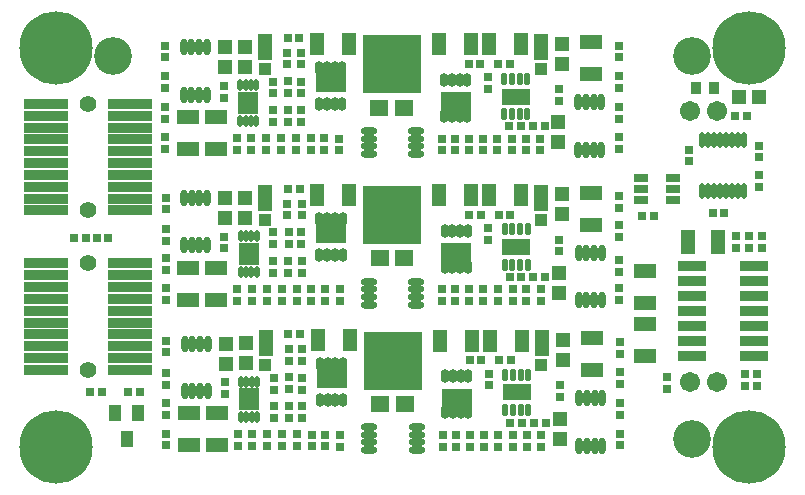
<source format=gbs>
G04 Layer_Color=16711935*
%FSLAX44Y44*%
%MOMM*%
G71*
G01*
G75*
%ADD98R,1.3032X1.2032*%
%ADD114R,0.8032X0.8032*%
%ADD115R,0.8032X0.8032*%
%ADD116C,1.3932*%
%ADD117C,3.2032*%
%ADD118C,6.2032*%
%ADD119C,1.7032*%
%ADD120R,1.6532X1.9532*%
G04:AMPARAMS|DCode=121|XSize=0.4532mm|YSize=1.0032mm|CornerRadius=0.1641mm|HoleSize=0mm|Usage=FLASHONLY|Rotation=0.000|XOffset=0mm|YOffset=0mm|HoleType=Round|Shape=RoundedRectangle|*
%AMROUNDEDRECTD121*
21,1,0.4532,0.6750,0,0,0.0*
21,1,0.1250,1.0032,0,0,0.0*
1,1,0.3282,0.0625,-0.3375*
1,1,0.3282,-0.0625,-0.3375*
1,1,0.3282,-0.0625,0.3375*
1,1,0.3282,0.0625,0.3375*
%
%ADD121ROUNDEDRECTD121*%
G04:AMPARAMS|DCode=122|XSize=0.6032mm|YSize=1.3032mm|CornerRadius=0.2016mm|HoleSize=0mm|Usage=FLASHONLY|Rotation=180.000|XOffset=0mm|YOffset=0mm|HoleType=Round|Shape=RoundedRectangle|*
%AMROUNDEDRECTD122*
21,1,0.6032,0.9000,0,0,180.0*
21,1,0.2000,1.3032,0,0,180.0*
1,1,0.4032,-0.1000,0.4500*
1,1,0.4032,0.1000,0.4500*
1,1,0.4032,0.1000,-0.4500*
1,1,0.4032,-0.1000,-0.4500*
%
%ADD122ROUNDEDRECTD122*%
G04:AMPARAMS|DCode=123|XSize=0.6532mm|YSize=1.1032mm|CornerRadius=0.2141mm|HoleSize=0mm|Usage=FLASHONLY|Rotation=180.000|XOffset=0mm|YOffset=0mm|HoleType=Round|Shape=RoundedRectangle|*
%AMROUNDEDRECTD123*
21,1,0.6532,0.6750,0,0,180.0*
21,1,0.2250,1.1032,0,0,180.0*
1,1,0.4282,-0.1125,0.3375*
1,1,0.4282,0.1125,0.3375*
1,1,0.4282,0.1125,-0.3375*
1,1,0.4282,-0.1125,-0.3375*
%
%ADD123ROUNDEDRECTD123*%
%ADD124R,2.6032X1.9032*%
%ADD125R,3.7532X0.8132*%
%ADD126R,1.2032X1.3032*%
%ADD127R,1.9032X1.3032*%
%ADD128R,1.3032X1.9032*%
%ADD129R,1.0032X1.0032*%
%ADD130R,1.3032X2.2032*%
%ADD131R,5.0032X4.9532*%
%ADD132R,1.6032X1.4732*%
%ADD133R,2.3532X1.4032*%
G04:AMPARAMS|DCode=134|XSize=0.5532mm|YSize=1.0032mm|CornerRadius=0.1891mm|HoleSize=0mm|Usage=FLASHONLY|Rotation=0.000|XOffset=0mm|YOffset=0mm|HoleType=Round|Shape=RoundedRectangle|*
%AMROUNDEDRECTD134*
21,1,0.5532,0.6250,0,0,0.0*
21,1,0.1750,1.0032,0,0,0.0*
1,1,0.3782,0.0875,-0.3125*
1,1,0.3782,-0.0875,-0.3125*
1,1,0.3782,-0.0875,0.3125*
1,1,0.3782,0.0875,0.3125*
%
%ADD134ROUNDEDRECTD134*%
%ADD135R,2.4032X0.8532*%
G04:AMPARAMS|DCode=136|XSize=0.5032mm|YSize=1.3032mm|CornerRadius=0.1766mm|HoleSize=0mm|Usage=FLASHONLY|Rotation=180.000|XOffset=0mm|YOffset=0mm|HoleType=Round|Shape=RoundedRectangle|*
%AMROUNDEDRECTD136*
21,1,0.5032,0.9500,0,0,180.0*
21,1,0.1500,1.3032,0,0,180.0*
1,1,0.3532,-0.0750,0.4750*
1,1,0.3532,0.0750,0.4750*
1,1,0.3532,0.0750,-0.4750*
1,1,0.3532,-0.0750,-0.4750*
%
%ADD136ROUNDEDRECTD136*%
%ADD137R,1.2032X2.0032*%
%ADD138R,1.0032X1.4032*%
%ADD139R,0.9032X1.1032*%
%ADD140R,1.2532X0.8032*%
G04:AMPARAMS|DCode=141|XSize=0.6032mm|YSize=1.3032mm|CornerRadius=0.2016mm|HoleSize=0mm|Usage=FLASHONLY|Rotation=90.000|XOffset=0mm|YOffset=0mm|HoleType=Round|Shape=RoundedRectangle|*
%AMROUNDEDRECTD141*
21,1,0.6032,0.9000,0,0,90.0*
21,1,0.2000,1.3032,0,0,90.0*
1,1,0.4032,0.4500,0.1000*
1,1,0.4032,0.4500,-0.1000*
1,1,0.4032,-0.4500,-0.1000*
1,1,0.4032,-0.4500,0.1000*
%
%ADD141ROUNDEDRECTD141*%
D98*
X627000Y327450D02*
D03*
X610000D02*
D03*
D114*
X426000Y51500D02*
D03*
X416000D02*
D03*
X446000D02*
D03*
X436000D02*
D03*
X381050Y227192D02*
D03*
X391050D02*
D03*
X445500Y174500D02*
D03*
X435500D02*
D03*
X65750Y207950D02*
D03*
X75750D02*
D03*
X56500D02*
D03*
X46500D02*
D03*
X527750Y226300D02*
D03*
X537750D02*
D03*
X614500Y92700D02*
D03*
X624500D02*
D03*
Y82700D02*
D03*
X614500D02*
D03*
X415250Y302250D02*
D03*
X425250D02*
D03*
X425500Y174500D02*
D03*
X415500D02*
D03*
X416000Y355000D02*
D03*
X406000D02*
D03*
X406200Y227451D02*
D03*
X416200D02*
D03*
X416700Y104451D02*
D03*
X406700D02*
D03*
X587250Y228700D02*
D03*
X597250D02*
D03*
X237500Y377200D02*
D03*
X227500D02*
D03*
X227750Y249450D02*
D03*
X237750D02*
D03*
X238250Y126450D02*
D03*
X228250D02*
D03*
X435250Y302250D02*
D03*
X445250D02*
D03*
X390800Y354942D02*
D03*
X380800D02*
D03*
X381550Y104192D02*
D03*
X391550D02*
D03*
X92750Y77200D02*
D03*
X102750D02*
D03*
X70000Y77250D02*
D03*
X60000D02*
D03*
X616250Y310700D02*
D03*
X606250D02*
D03*
D115*
X247558Y154300D02*
D03*
Y164300D02*
D03*
X369442Y164200D02*
D03*
Y154200D02*
D03*
X358442D02*
D03*
Y164200D02*
D03*
X271250Y292000D02*
D03*
Y282000D02*
D03*
X271500Y154250D02*
D03*
Y164250D02*
D03*
X272000Y41250D02*
D03*
Y31250D02*
D03*
X629000Y209700D02*
D03*
Y199700D02*
D03*
X618000D02*
D03*
Y209700D02*
D03*
X607000D02*
D03*
Y199700D02*
D03*
X238942Y316200D02*
D03*
Y306200D02*
D03*
X239692Y178450D02*
D03*
Y188450D02*
D03*
Y65450D02*
D03*
Y55450D02*
D03*
X238942Y354700D02*
D03*
Y364700D02*
D03*
X239442Y236950D02*
D03*
Y226950D02*
D03*
X239692Y103950D02*
D03*
Y113950D02*
D03*
X239000Y340250D02*
D03*
Y330250D02*
D03*
X239250Y202500D02*
D03*
Y212500D02*
D03*
X239750Y89500D02*
D03*
Y79500D02*
D03*
X226692Y354700D02*
D03*
Y364700D02*
D03*
X227192Y236950D02*
D03*
Y226950D02*
D03*
X228942Y103950D02*
D03*
Y113950D02*
D03*
X258558Y292050D02*
D03*
Y282050D02*
D03*
X258808Y154300D02*
D03*
Y164300D02*
D03*
X259308Y41300D02*
D03*
Y31300D02*
D03*
X124000Y360700D02*
D03*
Y370700D02*
D03*
X124250Y241950D02*
D03*
Y231950D02*
D03*
X124750Y110950D02*
D03*
Y120950D02*
D03*
X173442Y326700D02*
D03*
Y336700D02*
D03*
X173692Y208950D02*
D03*
Y198950D02*
D03*
X174192Y75950D02*
D03*
Y85950D02*
D03*
X215192Y316200D02*
D03*
Y306200D02*
D03*
X215442Y178450D02*
D03*
Y188450D02*
D03*
X215942Y65450D02*
D03*
Y55450D02*
D03*
X184407Y282200D02*
D03*
Y292200D02*
D03*
X184657Y164450D02*
D03*
Y154450D02*
D03*
X185157Y31450D02*
D03*
Y41450D02*
D03*
X392764Y291950D02*
D03*
Y281950D02*
D03*
X393014Y154200D02*
D03*
Y164200D02*
D03*
X393514Y41200D02*
D03*
Y31200D02*
D03*
X417728Y291950D02*
D03*
Y281950D02*
D03*
X417978Y154200D02*
D03*
Y164200D02*
D03*
X418478Y41200D02*
D03*
Y31200D02*
D03*
X405121Y281950D02*
D03*
Y291950D02*
D03*
X405371Y164200D02*
D03*
Y154200D02*
D03*
X405871Y31200D02*
D03*
Y41200D02*
D03*
X441442Y291950D02*
D03*
Y281950D02*
D03*
X441692Y154200D02*
D03*
Y164200D02*
D03*
X442192Y41200D02*
D03*
Y31200D02*
D03*
X369192Y291950D02*
D03*
Y281950D02*
D03*
X369942Y31200D02*
D03*
Y41200D02*
D03*
X457250Y324200D02*
D03*
Y334200D02*
D03*
X457500Y206450D02*
D03*
Y196450D02*
D03*
X458000Y73450D02*
D03*
Y83450D02*
D03*
X222299Y282200D02*
D03*
Y292200D02*
D03*
X222549Y164450D02*
D03*
Y154450D02*
D03*
X223049Y31450D02*
D03*
Y41450D02*
D03*
X209585Y282200D02*
D03*
Y292200D02*
D03*
X209835Y164450D02*
D03*
Y154450D02*
D03*
X210335Y31450D02*
D03*
Y41450D02*
D03*
X508000Y292950D02*
D03*
Y282950D02*
D03*
X508250Y155200D02*
D03*
Y165200D02*
D03*
X508750Y42200D02*
D03*
Y32200D02*
D03*
X247308Y292050D02*
D03*
Y282050D02*
D03*
X248058Y31300D02*
D03*
Y41300D02*
D03*
X358192Y291950D02*
D03*
Y281950D02*
D03*
X358942Y31200D02*
D03*
Y41200D02*
D03*
X227692Y306200D02*
D03*
Y316200D02*
D03*
X227942Y188450D02*
D03*
Y178450D02*
D03*
X228942Y55450D02*
D03*
Y65450D02*
D03*
X124000Y282950D02*
D03*
Y292950D02*
D03*
X124250Y165200D02*
D03*
Y155200D02*
D03*
X124750Y32200D02*
D03*
Y42200D02*
D03*
X124000Y318867D02*
D03*
Y308867D02*
D03*
X124250Y181117D02*
D03*
Y191117D02*
D03*
X124750Y68117D02*
D03*
Y58117D02*
D03*
X228192Y330450D02*
D03*
Y340450D02*
D03*
X228442Y212700D02*
D03*
Y202700D02*
D03*
X228942Y79700D02*
D03*
Y89700D02*
D03*
X124000Y344783D02*
D03*
Y334783D02*
D03*
X124250Y205533D02*
D03*
Y215533D02*
D03*
X124750Y93533D02*
D03*
Y83533D02*
D03*
X235014Y282200D02*
D03*
Y292200D02*
D03*
X235264Y164450D02*
D03*
Y154450D02*
D03*
X235764Y31450D02*
D03*
Y41450D02*
D03*
X215500Y340200D02*
D03*
Y330200D02*
D03*
X215500Y202450D02*
D03*
Y212450D02*
D03*
X216000Y89450D02*
D03*
Y79450D02*
D03*
X508000Y370700D02*
D03*
Y360700D02*
D03*
X508250Y232950D02*
D03*
Y242950D02*
D03*
X508750Y119950D02*
D03*
Y109950D02*
D03*
X196871Y292200D02*
D03*
Y282200D02*
D03*
X197121Y154450D02*
D03*
Y164450D02*
D03*
X197621Y41450D02*
D03*
Y31450D02*
D03*
X380906Y291950D02*
D03*
Y281950D02*
D03*
X381157Y154200D02*
D03*
Y164200D02*
D03*
X381656Y41200D02*
D03*
Y31200D02*
D03*
X429335Y291950D02*
D03*
Y281950D02*
D03*
X429585Y154200D02*
D03*
Y164200D02*
D03*
X430085Y41200D02*
D03*
Y31200D02*
D03*
X508000Y344783D02*
D03*
Y334783D02*
D03*
X508250Y208783D02*
D03*
Y218783D02*
D03*
X508750Y94033D02*
D03*
Y84033D02*
D03*
X397058Y333800D02*
D03*
Y343800D02*
D03*
X397308Y216050D02*
D03*
Y206050D02*
D03*
X397808Y83050D02*
D03*
Y93050D02*
D03*
X508000Y308867D02*
D03*
Y318867D02*
D03*
X508250Y189367D02*
D03*
Y179367D02*
D03*
X508750Y58117D02*
D03*
Y68117D02*
D03*
X626250Y285950D02*
D03*
Y275950D02*
D03*
Y260950D02*
D03*
Y250950D02*
D03*
X567750Y272700D02*
D03*
Y282700D02*
D03*
X548500Y79950D02*
D03*
Y89950D02*
D03*
D116*
X58250Y321200D02*
D03*
Y231200D02*
D03*
Y96200D02*
D03*
Y186200D02*
D03*
D117*
X569900Y361850D02*
D03*
Y37850D02*
D03*
X79900Y361850D02*
D03*
D118*
X31250Y31200D02*
D03*
Y368500D02*
D03*
X618550D02*
D03*
Y31200D02*
D03*
D119*
X568200Y315450D02*
D03*
Y85650D02*
D03*
X590800D02*
D03*
Y315450D02*
D03*
D120*
X194192Y321950D02*
D03*
X194442Y194200D02*
D03*
X194942Y71200D02*
D03*
D121*
X200942Y336950D02*
D03*
X196442D02*
D03*
X191942D02*
D03*
X187442D02*
D03*
Y306950D02*
D03*
X191942D02*
D03*
X196442D02*
D03*
X200942D02*
D03*
X201192Y179200D02*
D03*
X196692D02*
D03*
X192192D02*
D03*
X187692D02*
D03*
Y209200D02*
D03*
X192192D02*
D03*
X196692D02*
D03*
X201192D02*
D03*
X201692Y86200D02*
D03*
X197192D02*
D03*
X192692D02*
D03*
X188192D02*
D03*
Y56200D02*
D03*
X192692D02*
D03*
X197192D02*
D03*
X201692D02*
D03*
D122*
X493134Y282700D02*
D03*
X486634D02*
D03*
X480134D02*
D03*
X473634D02*
D03*
X493134Y322700D02*
D03*
X486634D02*
D03*
X480134D02*
D03*
X473634D02*
D03*
X473885Y194950D02*
D03*
X480384D02*
D03*
X486884D02*
D03*
X493385D02*
D03*
X473885Y154950D02*
D03*
X480384D02*
D03*
X486884D02*
D03*
X493385D02*
D03*
X159000Y329200D02*
D03*
X152500D02*
D03*
X146000D02*
D03*
X139500D02*
D03*
X159000Y369200D02*
D03*
X152500D02*
D03*
X146000D02*
D03*
X139500D02*
D03*
X139750Y241450D02*
D03*
X146250D02*
D03*
X152750D02*
D03*
X159250D02*
D03*
X139750Y201450D02*
D03*
X146250D02*
D03*
X152750D02*
D03*
X159250D02*
D03*
X159750Y78450D02*
D03*
X153250D02*
D03*
X146750D02*
D03*
X140250D02*
D03*
X159750Y118450D02*
D03*
X153250D02*
D03*
X146750D02*
D03*
X140250D02*
D03*
X493885Y31950D02*
D03*
X487384D02*
D03*
X480885D02*
D03*
X474384D02*
D03*
X493885Y71950D02*
D03*
X487384D02*
D03*
X480885D02*
D03*
X474384D02*
D03*
D123*
X360250Y341450D02*
D03*
X366750D02*
D03*
X373250D02*
D03*
X379750D02*
D03*
Y310950D02*
D03*
X373250D02*
D03*
X366750D02*
D03*
X360250D02*
D03*
X360500Y213700D02*
D03*
X367000D02*
D03*
X373500D02*
D03*
X380000D02*
D03*
Y183200D02*
D03*
X373500D02*
D03*
X367000D02*
D03*
X360500D02*
D03*
X361000Y90700D02*
D03*
X367500D02*
D03*
X374000D02*
D03*
X380500D02*
D03*
Y60200D02*
D03*
X374000D02*
D03*
X367500D02*
D03*
X361000D02*
D03*
X274500Y70450D02*
D03*
X268000D02*
D03*
X261500D02*
D03*
X255000D02*
D03*
Y100950D02*
D03*
X261500D02*
D03*
X268000D02*
D03*
X274500D02*
D03*
X274000Y193450D02*
D03*
X267500D02*
D03*
X261000D02*
D03*
X254500D02*
D03*
Y223950D02*
D03*
X261000D02*
D03*
X267500D02*
D03*
X274000D02*
D03*
X273750Y321200D02*
D03*
X267250D02*
D03*
X260750D02*
D03*
X254250D02*
D03*
Y351700D02*
D03*
X260750D02*
D03*
X267250D02*
D03*
X273750D02*
D03*
D124*
X370000Y321700D02*
D03*
X370250Y193950D02*
D03*
X370750Y70950D02*
D03*
X264750Y90200D02*
D03*
X264250Y213200D02*
D03*
X264000Y340950D02*
D03*
D125*
X22700Y231200D02*
D03*
Y241200D02*
D03*
Y251200D02*
D03*
Y261200D02*
D03*
Y271200D02*
D03*
Y281200D02*
D03*
Y291200D02*
D03*
Y301200D02*
D03*
Y311200D02*
D03*
Y321200D02*
D03*
X93800D02*
D03*
Y311200D02*
D03*
Y301200D02*
D03*
Y291200D02*
D03*
Y281200D02*
D03*
Y271200D02*
D03*
Y261200D02*
D03*
Y251200D02*
D03*
Y241200D02*
D03*
Y231200D02*
D03*
Y96200D02*
D03*
Y106200D02*
D03*
Y116200D02*
D03*
Y126200D02*
D03*
Y136200D02*
D03*
Y146200D02*
D03*
Y156200D02*
D03*
Y166200D02*
D03*
Y176200D02*
D03*
Y186200D02*
D03*
X22700D02*
D03*
Y176200D02*
D03*
Y166200D02*
D03*
Y156200D02*
D03*
Y146200D02*
D03*
Y136200D02*
D03*
Y126200D02*
D03*
Y116200D02*
D03*
Y106200D02*
D03*
Y96200D02*
D03*
D126*
X191192Y369450D02*
D03*
Y352450D02*
D03*
X459942Y372450D02*
D03*
Y355450D02*
D03*
X456634Y305700D02*
D03*
Y288700D02*
D03*
X174192Y352200D02*
D03*
Y369200D02*
D03*
X191442Y241700D02*
D03*
Y224700D02*
D03*
X460192Y244700D02*
D03*
Y227700D02*
D03*
X456884Y177950D02*
D03*
Y160950D02*
D03*
X174442Y224450D02*
D03*
Y241450D02*
D03*
X460692Y121700D02*
D03*
Y104700D02*
D03*
X174942Y101450D02*
D03*
Y118450D02*
D03*
X457884Y54950D02*
D03*
Y37950D02*
D03*
X191942Y118700D02*
D03*
Y101700D02*
D03*
D127*
X143000Y283450D02*
D03*
Y310450D02*
D03*
X484442Y373700D02*
D03*
Y346700D02*
D03*
X166750Y283450D02*
D03*
Y310450D02*
D03*
X143250Y155700D02*
D03*
Y182700D02*
D03*
X484692Y245950D02*
D03*
Y218950D02*
D03*
X167000Y155700D02*
D03*
Y182700D02*
D03*
X485192Y122950D02*
D03*
Y95950D02*
D03*
X143750Y32700D02*
D03*
Y59700D02*
D03*
X167500Y32700D02*
D03*
Y59700D02*
D03*
X530000Y179950D02*
D03*
Y152950D02*
D03*
Y108200D02*
D03*
Y135200D02*
D03*
D128*
X252500Y371950D02*
D03*
X279500D02*
D03*
X252750Y244200D02*
D03*
X279750D02*
D03*
X383500Y120950D02*
D03*
X356500D02*
D03*
X383000Y243950D02*
D03*
X356000D02*
D03*
X382750Y371700D02*
D03*
X355750D02*
D03*
X253250Y121200D02*
D03*
X280250D02*
D03*
X425750Y120950D02*
D03*
X398750D02*
D03*
X425250Y243950D02*
D03*
X398250D02*
D03*
X425000Y371700D02*
D03*
X398000D02*
D03*
D129*
X441692Y351200D02*
D03*
X207942D02*
D03*
X441942Y223450D02*
D03*
X208192D02*
D03*
X208692Y100450D02*
D03*
X442442D02*
D03*
D130*
X441942Y369450D02*
D03*
X208192D02*
D03*
X442192Y241700D02*
D03*
X208442D02*
D03*
X208942Y118700D02*
D03*
X442692D02*
D03*
D131*
X316442Y103950D02*
D03*
X315942Y226950D02*
D03*
X315692Y354700D02*
D03*
D132*
X326842Y67450D02*
D03*
X306042D02*
D03*
X326342Y190450D02*
D03*
X305542D02*
D03*
X326092Y318200D02*
D03*
X305292D02*
D03*
D133*
X421500Y77000D02*
D03*
X421000Y200000D02*
D03*
X420750Y327500D02*
D03*
D134*
X431250Y92000D02*
D03*
X424750D02*
D03*
X418250D02*
D03*
X411750D02*
D03*
Y62000D02*
D03*
X418250D02*
D03*
X424750D02*
D03*
X431250D02*
D03*
X430750Y215000D02*
D03*
X424250D02*
D03*
X417750D02*
D03*
X411250D02*
D03*
Y185000D02*
D03*
X417750D02*
D03*
X424250D02*
D03*
X430750D02*
D03*
X430500Y342500D02*
D03*
X424000D02*
D03*
X417500D02*
D03*
X411000D02*
D03*
Y312500D02*
D03*
X417500D02*
D03*
X424000D02*
D03*
X430500D02*
D03*
D135*
X622000Y183800D02*
D03*
Y171100D02*
D03*
Y158400D02*
D03*
Y145700D02*
D03*
Y133000D02*
D03*
Y120300D02*
D03*
Y107600D02*
D03*
X570000Y183800D02*
D03*
Y171100D02*
D03*
Y158400D02*
D03*
Y145700D02*
D03*
Y133000D02*
D03*
Y120300D02*
D03*
Y107600D02*
D03*
D136*
X593750Y247200D02*
D03*
X588750D02*
D03*
X583750D02*
D03*
X578750D02*
D03*
X598750D02*
D03*
X603750D02*
D03*
X608750D02*
D03*
X613750D02*
D03*
X578750Y290950D02*
D03*
X583750D02*
D03*
X593750D02*
D03*
X588750D02*
D03*
X603750D02*
D03*
X598750D02*
D03*
X613750D02*
D03*
X608750D02*
D03*
D137*
X566500Y204700D02*
D03*
X591500D02*
D03*
D138*
X81750Y59201D02*
D03*
X100750D02*
D03*
X91250Y37199D02*
D03*
D139*
X573500Y335200D02*
D03*
X588500D02*
D03*
D140*
X526500Y258700D02*
D03*
Y249200D02*
D03*
Y239700D02*
D03*
X553500D02*
D03*
Y249200D02*
D03*
Y258700D02*
D03*
D141*
X296750Y28250D02*
D03*
Y34750D02*
D03*
Y41250D02*
D03*
Y47750D02*
D03*
X336750Y28250D02*
D03*
Y34750D02*
D03*
Y41250D02*
D03*
Y47750D02*
D03*
X296250Y151250D02*
D03*
Y157750D02*
D03*
Y164250D02*
D03*
Y170750D02*
D03*
X336250Y151250D02*
D03*
Y157750D02*
D03*
Y164250D02*
D03*
Y170750D02*
D03*
X296000Y279000D02*
D03*
Y285500D02*
D03*
Y292000D02*
D03*
Y298500D02*
D03*
X336000Y279000D02*
D03*
Y285500D02*
D03*
Y292000D02*
D03*
Y298500D02*
D03*
M02*

</source>
